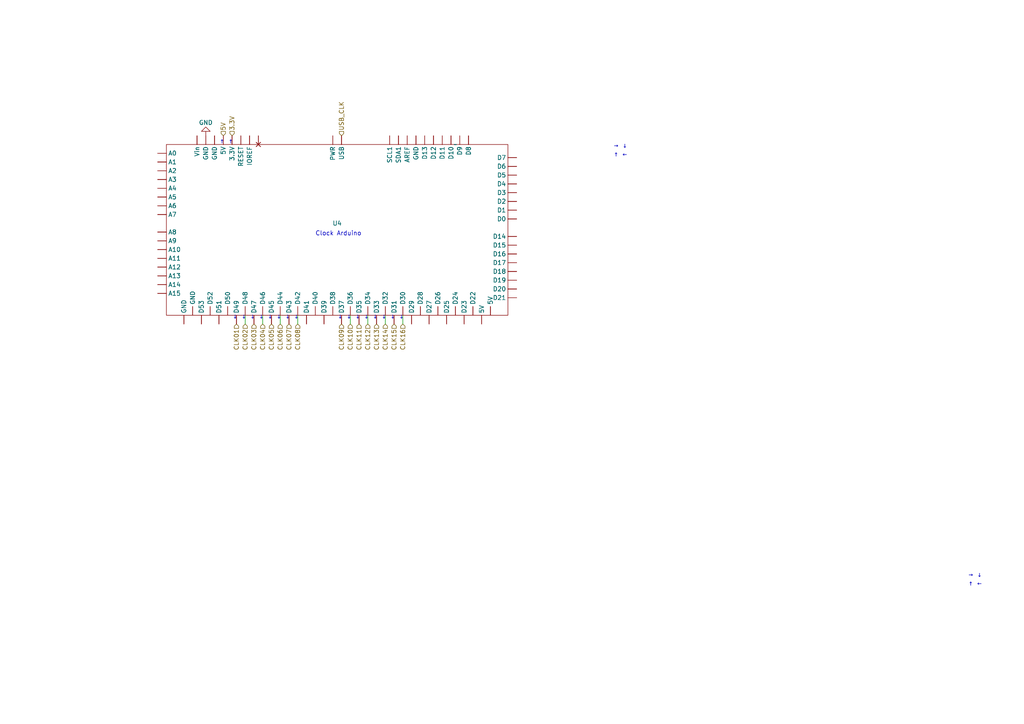
<source format=kicad_sch>
(kicad_sch (version 20230121) (generator eeschema)

  (uuid 8fbf8408-a0f5-4a66-baba-62a599cfc82e)

  (paper "A4")

  (title_block
    (title "Digital I/O Box")
    (date "2023-09-27")
    (company "SBC")
    (comment 1 "Zhiheng Sheng")
    (comment 2 "All wires are 22 or 24 gauge")
  )

  (lib_symbols
    (symbol "led_driver:Arduino_Mega" (in_bom yes) (on_board yes)
      (property "Reference" "U" (at 0 0 0)
        (effects (font (size 1.27 1.27)))
      )
      (property "Value" "" (at 34.29 24.13 0)
        (effects (font (size 1.27 1.27)))
      )
      (property "Footprint" "" (at 34.29 24.13 0)
        (effects (font (size 1.27 1.27)) hide)
      )
      (property "Datasheet" "" (at 34.29 24.13 0)
        (effects (font (size 1.27 1.27)) hide)
      )
      (symbol "Arduino_Mega_0_1"
        (rectangle (start -49.53 24.13) (end 49.53 -25.4)
          (stroke (width 0) (type default))
          (fill (type none))
        )
      )
      (symbol "Arduino_Mega_1_1"
        (pin passive non_logic (at -22.86 26.67 270) (length 2.54)
          (name "" (effects (font (size 1.27 1.27))))
          (number "" (effects (font (size 1.27 1.27))))
        )
        (pin passive line (at -30.48 26.67 270) (length 2.54)
          (name "3.3V" (effects (font (size 1.27 1.27))))
          (number "" (effects (font (size 1.27 1.27))))
        )
        (pin passive line (at -33.02 26.67 270) (length 2.54)
          (name "5V" (effects (font (size 1.27 1.27))))
          (number "" (effects (font (size 1.27 1.27))))
        )
        (pin passive line (at 41.91 -27.94 90) (length 2.54)
          (name "5V" (effects (font (size 1.27 1.27))))
          (number "" (effects (font (size 1.27 1.27))))
        )
        (pin passive line (at 44.45 -25.4 90) (length 2.54)
          (name "5V" (effects (font (size 1.27 1.27))))
          (number "" (effects (font (size 1.27 1.27))))
        )
        (pin passive line (at -52.07 21.59 0) (length 2.54)
          (name "A0" (effects (font (size 1.27 1.27))))
          (number "" (effects (font (size 1.27 1.27))))
        )
        (pin passive line (at -52.07 19.05 0) (length 2.54)
          (name "A1" (effects (font (size 1.27 1.27))))
          (number "" (effects (font (size 1.27 1.27))))
        )
        (pin passive line (at -52.07 -6.35 0) (length 2.54)
          (name "A10" (effects (font (size 1.27 1.27))))
          (number "" (effects (font (size 1.27 1.27))))
        )
        (pin passive line (at -52.07 -8.89 0) (length 2.54)
          (name "A11" (effects (font (size 1.27 1.27))))
          (number "" (effects (font (size 1.27 1.27))))
        )
        (pin passive line (at -52.07 -11.43 0) (length 2.54)
          (name "A12" (effects (font (size 1.27 1.27))))
          (number "" (effects (font (size 1.27 1.27))))
        )
        (pin passive line (at -52.07 -13.97 0) (length 2.54)
          (name "A13" (effects (font (size 1.27 1.27))))
          (number "" (effects (font (size 1.27 1.27))))
        )
        (pin passive line (at -52.07 -16.51 0) (length 2.54)
          (name "A14" (effects (font (size 1.27 1.27))))
          (number "" (effects (font (size 1.27 1.27))))
        )
        (pin passive line (at -52.07 -19.05 0) (length 2.54)
          (name "A15" (effects (font (size 1.27 1.27))))
          (number "" (effects (font (size 1.27 1.27))))
        )
        (pin passive line (at -52.07 16.51 0) (length 2.54)
          (name "A2" (effects (font (size 1.27 1.27))))
          (number "" (effects (font (size 1.27 1.27))))
        )
        (pin passive line (at -52.07 13.97 0) (length 2.54)
          (name "A3" (effects (font (size 1.27 1.27))))
          (number "" (effects (font (size 1.27 1.27))))
        )
        (pin passive line (at -52.07 11.43 0) (length 2.54)
          (name "A4" (effects (font (size 1.27 1.27))))
          (number "" (effects (font (size 1.27 1.27))))
        )
        (pin passive line (at -52.07 8.89 0) (length 2.54)
          (name "A5" (effects (font (size 1.27 1.27))))
          (number "" (effects (font (size 1.27 1.27))))
        )
        (pin passive line (at -52.07 6.35 0) (length 2.54)
          (name "A6" (effects (font (size 1.27 1.27))))
          (number "" (effects (font (size 1.27 1.27))))
        )
        (pin passive line (at -52.07 3.81 0) (length 2.54)
          (name "A7" (effects (font (size 1.27 1.27))))
          (number "" (effects (font (size 1.27 1.27))))
        )
        (pin passive line (at -52.07 -1.27 0) (length 2.54)
          (name "A8" (effects (font (size 1.27 1.27))))
          (number "" (effects (font (size 1.27 1.27))))
        )
        (pin passive line (at -52.07 -3.81 0) (length 2.54)
          (name "A9" (effects (font (size 1.27 1.27))))
          (number "" (effects (font (size 1.27 1.27))))
        )
        (pin passive line (at 20.32 26.67 270) (length 2.54)
          (name "AREF" (effects (font (size 1.27 1.27))))
          (number "" (effects (font (size 1.27 1.27))))
        )
        (pin passive line (at 52.07 2.54 180) (length 2.54)
          (name "D0" (effects (font (size 1.27 1.27))))
          (number "" (effects (font (size 1.27 1.27))))
        )
        (pin passive line (at 52.07 5.08 180) (length 2.54)
          (name "D1" (effects (font (size 1.27 1.27))))
          (number "" (effects (font (size 1.27 1.27))))
        )
        (pin passive line (at 33.02 26.67 270) (length 2.54)
          (name "D10" (effects (font (size 1.27 1.27))))
          (number "" (effects (font (size 1.27 1.27))))
        )
        (pin passive line (at 30.48 26.67 270) (length 2.54)
          (name "D11" (effects (font (size 1.27 1.27))))
          (number "" (effects (font (size 1.27 1.27))))
        )
        (pin passive line (at 27.94 26.67 270) (length 2.54)
          (name "D12" (effects (font (size 1.27 1.27))))
          (number "" (effects (font (size 1.27 1.27))))
        )
        (pin passive line (at 25.4 26.67 270) (length 2.54)
          (name "D13" (effects (font (size 1.27 1.27))))
          (number "" (effects (font (size 1.27 1.27))))
        )
        (pin passive line (at 52.07 -2.54 180) (length 2.54)
          (name "D14" (effects (font (size 1.27 1.27))))
          (number "" (effects (font (size 1.27 1.27))))
        )
        (pin passive line (at 52.07 -5.08 180) (length 2.54)
          (name "D15" (effects (font (size 1.27 1.27))))
          (number "" (effects (font (size 1.27 1.27))))
        )
        (pin passive line (at 52.07 -7.62 180) (length 2.54)
          (name "D16" (effects (font (size 1.27 1.27))))
          (number "" (effects (font (size 1.27 1.27))))
        )
        (pin passive line (at 52.07 -10.16 180) (length 2.54)
          (name "D17" (effects (font (size 1.27 1.27))))
          (number "" (effects (font (size 1.27 1.27))))
        )
        (pin passive line (at 52.07 -12.7 180) (length 2.54)
          (name "D18" (effects (font (size 1.27 1.27))))
          (number "" (effects (font (size 1.27 1.27))))
        )
        (pin passive line (at 52.07 -15.24 180) (length 2.54)
          (name "D19" (effects (font (size 1.27 1.27))))
          (number "" (effects (font (size 1.27 1.27))))
        )
        (pin passive line (at 52.07 7.62 180) (length 2.54)
          (name "D2" (effects (font (size 1.27 1.27))))
          (number "" (effects (font (size 1.27 1.27))))
        )
        (pin passive line (at 52.07 -17.78 180) (length 2.54)
          (name "D20" (effects (font (size 1.27 1.27))))
          (number "" (effects (font (size 1.27 1.27))))
        )
        (pin passive line (at 52.07 -20.32 180) (length 2.54)
          (name "D21" (effects (font (size 1.27 1.27))))
          (number "" (effects (font (size 1.27 1.27))))
        )
        (pin passive line (at 39.37 -25.4 90) (length 2.54)
          (name "D22" (effects (font (size 1.27 1.27))))
          (number "" (effects (font (size 1.27 1.27))))
        )
        (pin passive line (at 36.83 -27.94 90) (length 2.54)
          (name "D23" (effects (font (size 1.27 1.27))))
          (number "" (effects (font (size 1.27 1.27))))
        )
        (pin passive line (at 34.29 -25.4 90) (length 2.54)
          (name "D24" (effects (font (size 1.27 1.27))))
          (number "" (effects (font (size 1.27 1.27))))
        )
        (pin passive line (at 31.75 -27.94 90) (length 2.54)
          (name "D25" (effects (font (size 1.27 1.27))))
          (number "" (effects (font (size 1.27 1.27))))
        )
        (pin passive line (at 29.21 -25.4 90) (length 2.54)
          (name "D26" (effects (font (size 1.27 1.27))))
          (number "" (effects (font (size 1.27 1.27))))
        )
        (pin passive line (at 26.67 -27.94 90) (length 2.54)
          (name "D27" (effects (font (size 1.27 1.27))))
          (number "" (effects (font (size 1.27 1.27))))
        )
        (pin passive line (at 24.13 -25.4 90) (length 2.54)
          (name "D28" (effects (font (size 1.27 1.27))))
          (number "" (effects (font (size 1.27 1.27))))
        )
        (pin passive line (at 21.59 -27.94 90) (length 2.54)
          (name "D29" (effects (font (size 1.27 1.27))))
          (number "" (effects (font (size 1.27 1.27))))
        )
        (pin passive line (at 52.07 10.16 180) (length 2.54)
          (name "D3" (effects (font (size 1.27 1.27))))
          (number "" (effects (font (size 1.27 1.27))))
        )
        (pin passive line (at 19.05 -25.4 90) (length 2.54)
          (name "D30" (effects (font (size 1.27 1.27))))
          (number "" (effects (font (size 1.27 1.27))))
        )
        (pin passive line (at 16.51 -27.94 90) (length 2.54)
          (name "D31" (effects (font (size 1.27 1.27))))
          (number "" (effects (font (size 1.27 1.27))))
        )
        (pin passive line (at 13.97 -25.4 90) (length 2.54)
          (name "D32" (effects (font (size 1.27 1.27))))
          (number "" (effects (font (size 1.27 1.27))))
        )
        (pin passive line (at 11.43 -27.94 90) (length 2.54)
          (name "D33" (effects (font (size 1.27 1.27))))
          (number "" (effects (font (size 1.27 1.27))))
        )
        (pin passive line (at 8.89 -25.4 90) (length 2.54)
          (name "D34" (effects (font (size 1.27 1.27))))
          (number "" (effects (font (size 1.27 1.27))))
        )
        (pin passive line (at 6.35 -27.94 90) (length 2.54)
          (name "D35" (effects (font (size 1.27 1.27))))
          (number "" (effects (font (size 1.27 1.27))))
        )
        (pin passive line (at 3.81 -25.4 90) (length 2.54)
          (name "D36" (effects (font (size 1.27 1.27))))
          (number "" (effects (font (size 1.27 1.27))))
        )
        (pin passive line (at 1.27 -27.94 90) (length 2.54)
          (name "D37" (effects (font (size 1.27 1.27))))
          (number "" (effects (font (size 1.27 1.27))))
        )
        (pin passive line (at -1.27 -25.4 90) (length 2.54)
          (name "D38" (effects (font (size 1.27 1.27))))
          (number "" (effects (font (size 1.27 1.27))))
        )
        (pin passive line (at -3.81 -27.94 90) (length 2.54)
          (name "D39" (effects (font (size 1.27 1.27))))
          (number "" (effects (font (size 1.27 1.27))))
        )
        (pin passive line (at 52.07 12.7 180) (length 2.54)
          (name "D4" (effects (font (size 1.27 1.27))))
          (number "" (effects (font (size 1.27 1.27))))
        )
        (pin passive line (at -6.35 -25.4 90) (length 2.54)
          (name "D40" (effects (font (size 1.27 1.27))))
          (number "" (effects (font (size 1.27 1.27))))
        )
        (pin passive line (at -8.89 -27.94 90) (length 2.54)
          (name "D41" (effects (font (size 1.27 1.27))))
          (number "" (effects (font (size 1.27 1.27))))
        )
        (pin passive line (at -11.43 -25.4 90) (length 2.54)
          (name "D42" (effects (font (size 1.27 1.27))))
          (number "" (effects (font (size 1.27 1.27))))
        )
        (pin passive line (at -13.97 -27.94 90) (length 2.54)
          (name "D43" (effects (font (size 1.27 1.27))))
          (number "" (effects (font (size 1.27 1.27))))
        )
        (pin passive line (at -16.51 -25.4 90) (length 2.54)
          (name "D44" (effects (font (size 1.27 1.27))))
          (number "" (effects (font (size 1.27 1.27))))
        )
        (pin passive line (at -19.05 -27.94 90) (length 2.54)
          (name "D45" (effects (font (size 1.27 1.27))))
          (number "" (effects (font (size 1.27 1.27))))
        )
        (pin passive line (at -21.59 -25.4 90) (length 2.54)
          (name "D46" (effects (font (size 1.27 1.27))))
          (number "" (effects (font (size 1.27 1.27))))
        )
        (pin passive line (at -24.13 -27.94 90) (length 2.54)
          (name "D47" (effects (font (size 1.27 1.27))))
          (number "" (effects (font (size 1.27 1.27))))
        )
        (pin passive line (at -26.67 -25.4 90) (length 2.54)
          (name "D48" (effects (font (size 1.27 1.27))))
          (number "" (effects (font (size 1.27 1.27))))
        )
        (pin passive line (at -29.21 -27.94 90) (length 2.54)
          (name "D49" (effects (font (size 1.27 1.27))))
          (number "" (effects (font (size 1.27 1.27))))
        )
        (pin passive line (at 52.07 15.24 180) (length 2.54)
          (name "D5" (effects (font (size 1.27 1.27))))
          (number "" (effects (font (size 1.27 1.27))))
        )
        (pin passive line (at -31.75 -25.4 90) (length 2.54)
          (name "D50" (effects (font (size 1.27 1.27))))
          (number "" (effects (font (size 1.27 1.27))))
        )
        (pin passive line (at -34.29 -27.94 90) (length 2.54)
          (name "D51" (effects (font (size 1.27 1.27))))
          (number "" (effects (font (size 1.27 1.27))))
        )
        (pin passive line (at -36.83 -25.4 90) (length 2.54)
          (name "D52" (effects (font (size 1.27 1.27))))
          (number "" (effects (font (size 1.27 1.27))))
        )
        (pin passive line (at -39.37 -27.94 90) (length 2.54)
          (name "D53" (effects (font (size 1.27 1.27))))
          (number "" (effects (font (size 1.27 1.27))))
        )
        (pin passive line (at 52.07 17.78 180) (length 2.54)
          (name "D6" (effects (font (size 1.27 1.27))))
          (number "" (effects (font (size 1.27 1.27))))
        )
        (pin passive line (at 52.07 20.32 180) (length 2.54)
          (name "D7" (effects (font (size 1.27 1.27))))
          (number "" (effects (font (size 1.27 1.27))))
        )
        (pin passive line (at 38.1 26.67 270) (length 2.54)
          (name "D8" (effects (font (size 1.27 1.27))))
          (number "" (effects (font (size 1.27 1.27))))
        )
        (pin passive line (at 35.56 26.67 270) (length 2.54)
          (name "D9" (effects (font (size 1.27 1.27))))
          (number "" (effects (font (size 1.27 1.27))))
        )
        (pin passive line (at -44.45 -27.94 90) (length 2.54)
          (name "GND" (effects (font (size 1.27 1.27))))
          (number "" (effects (font (size 1.27 1.27))))
        )
        (pin passive line (at -41.91 -25.4 90) (length 2.54)
          (name "GND" (effects (font (size 1.27 1.27))))
          (number "" (effects (font (size 1.27 1.27))))
        )
        (pin passive line (at -38.1 26.67 270) (length 2.54)
          (name "GND" (effects (font (size 1.27 1.27))))
          (number "" (effects (font (size 1.27 1.27))))
        )
        (pin passive line (at -35.56 26.67 270) (length 2.54)
          (name "GND" (effects (font (size 1.27 1.27))))
          (number "" (effects (font (size 1.27 1.27))))
        )
        (pin passive line (at 22.86 26.67 270) (length 2.54)
          (name "GND" (effects (font (size 1.27 1.27))))
          (number "" (effects (font (size 1.27 1.27))))
        )
        (pin passive line (at -25.4 26.67 270) (length 2.54)
          (name "IOREF" (effects (font (size 1.27 1.27))))
          (number "" (effects (font (size 1.27 1.27))))
        )
        (pin power_in line (at -1.27 26.67 270) (length 2.54)
          (name "PWR" (effects (font (size 1.27 1.27))))
          (number "" (effects (font (size 1.27 1.27))))
        )
        (pin passive line (at -27.94 26.67 270) (length 2.54)
          (name "RESET" (effects (font (size 1.27 1.27))))
          (number "" (effects (font (size 1.27 1.27))))
        )
        (pin passive line (at 15.24 26.67 270) (length 2.54)
          (name "SCL1" (effects (font (size 1.27 1.27))))
          (number "" (effects (font (size 1.27 1.27))))
        )
        (pin passive line (at 17.78 26.67 270) (length 2.54)
          (name "SDA1" (effects (font (size 1.27 1.27))))
          (number "" (effects (font (size 1.27 1.27))))
        )
        (pin bidirectional line (at 1.27 26.67 270) (length 2.54)
          (name "USB" (effects (font (size 1.27 1.27))))
          (number "" (effects (font (size 1.27 1.27))))
        )
        (pin passive line (at -40.64 26.67 270) (length 2.54)
          (name "Vin" (effects (font (size 1.27 1.27))))
          (number "" (effects (font (size 1.27 1.27))))
        )
      )
    )
    (symbol "power:GND" (power) (pin_names (offset 0)) (in_bom yes) (on_board yes)
      (property "Reference" "#PWR" (at 0 -6.35 0)
        (effects (font (size 1.27 1.27)) hide)
      )
      (property "Value" "GND" (at 0 -3.81 0)
        (effects (font (size 1.27 1.27)))
      )
      (property "Footprint" "" (at 0 0 0)
        (effects (font (size 1.27 1.27)) hide)
      )
      (property "Datasheet" "" (at 0 0 0)
        (effects (font (size 1.27 1.27)) hide)
      )
      (property "ki_keywords" "global power" (at 0 0 0)
        (effects (font (size 1.27 1.27)) hide)
      )
      (property "ki_description" "Power symbol creates a global label with name \"GND\" , ground" (at 0 0 0)
        (effects (font (size 1.27 1.27)) hide)
      )
      (symbol "GND_0_1"
        (polyline
          (pts
            (xy 0 0)
            (xy 0 -1.27)
            (xy 1.27 -1.27)
            (xy 0 -2.54)
            (xy -1.27 -1.27)
            (xy 0 -1.27)
          )
          (stroke (width 0) (type default))
          (fill (type none))
        )
      )
      (symbol "GND_1_1"
        (pin power_in line (at 0 0 270) (length 0) hide
          (name "GND" (effects (font (size 1.27 1.27))))
          (number "1" (effects (font (size 1.27 1.27))))
        )
      )
    )
  )


  (wire (pts (xy 71.12 91.44) (xy 71.12 93.98))
    (stroke (width 0) (type default))
    (uuid 198947a8-5d3d-438d-a8a2-7d8d744655aa)
  )
  (wire (pts (xy 106.68 91.44) (xy 106.68 93.98))
    (stroke (width 0) (type default))
    (uuid 3f0d5e9e-9ec7-4b62-9667-d9f746f710d3)
  )
  (wire (pts (xy 76.2 91.44) (xy 76.2 93.98))
    (stroke (width 0) (type default))
    (uuid 835894a6-f4bf-4cf4-b034-6cf264c3f0b7)
  )
  (wire (pts (xy 86.36 91.44) (xy 86.36 93.98))
    (stroke (width 0) (type default))
    (uuid 875bf69d-30c6-4b34-88cc-af887805f8e9)
  )
  (wire (pts (xy 111.76 91.44) (xy 111.76 93.98))
    (stroke (width 0) (type default))
    (uuid 8e907305-02ad-4b68-8a22-0d7d2a92d3c1)
  )
  (wire (pts (xy 101.6 91.44) (xy 101.6 93.98))
    (stroke (width 0) (type default))
    (uuid aa854763-d5ce-4faa-aa53-53d8c4210c8f)
  )
  (wire (pts (xy 81.28 91.44) (xy 81.28 93.98))
    (stroke (width 0) (type default))
    (uuid b104805b-b058-427c-8298-2ba4e0e3097e)
  )
  (wire (pts (xy 116.84 91.44) (xy 116.84 93.98))
    (stroke (width 0) (type default))
    (uuid ba2b9c7f-1247-477a-8f70-0814a3ccfc90)
  )

  (text "←" (at 180.34 45.72 0)
    (effects (font (size 1.27 1.27)) (justify left bottom))
    (uuid 0284f6bd-4aad-4507-abf4-e58b21b12920)
  )
  (text "↓" (at 67.31 92.71 0)
    (effects (font (size 1.27 1.27)) (justify left bottom))
    (uuid 037fc06b-f476-46b5-bbd7-36c2b819e522)
  )
  (text "↓" (at 113.03 92.71 0)
    (effects (font (size 1.27 1.27)) (justify left bottom))
    (uuid 0a4e3d4f-6ff9-4b44-aa0d-ee930ac61be9)
  )
  (text "→" (at 280.67 167.64 0)
    (effects (font (size 1.27 1.27)) (justify left bottom))
    (uuid 12a1fc6c-06ed-4db7-96e4-a48567ea7ffd)
  )
  (text "↓" (at 102.87 92.71 0)
    (effects (font (size 1.27 1.27)) (justify left bottom))
    (uuid 180ea6f0-afb3-41a6-ad91-4a1158eece7c)
  )
  (text "↓" (at 180.34 43.18 0)
    (effects (font (size 1.27 1.27)) (justify left bottom))
    (uuid 185667ce-54c5-4bf3-bda1-37ddc6809227)
  )
  (text "↓" (at 80.01 92.71 0)
    (effects (font (size 1.27 1.27)) (justify left bottom))
    (uuid 1fcfd3fe-dcb5-40fd-9cb2-2d65d5e59404)
  )
  (text "↓" (at 69.85 92.71 0)
    (effects (font (size 1.27 1.27)) (justify left bottom))
    (uuid 2684c851-6b82-4500-b303-fca6fd6ec576)
  )
  (text "↓" (at 115.57 92.71 0)
    (effects (font (size 1.27 1.27)) (justify left bottom))
    (uuid 29a9aa3b-4d9a-4f49-ab59-2cd9eda6f35c)
  )
  (text "↓" (at 105.41 92.71 0)
    (effects (font (size 1.27 1.27)) (justify left bottom))
    (uuid 2b1d7404-4646-4f61-9029-8958f28d3a51)
  )
  (text "↓" (at 107.95 92.71 0)
    (effects (font (size 1.27 1.27)) (justify left bottom))
    (uuid 330c1e91-8953-4ec7-a9e2-84580b3c049b)
  )
  (text "↓" (at 283.21 167.64 0)
    (effects (font (size 1.27 1.27)) (justify left bottom))
    (uuid 35fa1346-ad62-4d8a-a6f3-46a73307a197)
  )
  (text "Clock Arduino" (at 91.44 68.58 0)
    (effects (font (size 1.27 1.27)) (justify left bottom))
    (uuid 4741d393-18c8-492b-90ac-a4f277a1b595)
  )
  (text "↑" (at 66.04 41.91 0)
    (effects (font (size 1.27 1.27)) (justify left bottom))
    (uuid 4aa51bd9-735d-43ba-93c3-de6cc41f9cad)
  )
  (text "↑" (at 177.8 45.72 0)
    (effects (font (size 1.27 1.27)) (justify left bottom))
    (uuid 56fc6f6b-1a76-4471-be3f-bb4f30d883bd)
  )
  (text "↑" (at 280.67 170.18 0)
    (effects (font (size 1.27 1.27)) (justify left bottom))
    (uuid 597bf386-d46e-4e34-be86-078e66116e54)
  )
  (text "↓" (at 74.93 92.71 0)
    (effects (font (size 1.27 1.27)) (justify left bottom))
    (uuid 754d663a-af2b-4b5e-8bf7-ac48dae58f0f)
  )
  (text "↓" (at 77.47 92.71 0)
    (effects (font (size 1.27 1.27)) (justify left bottom))
    (uuid 7b094cb7-1312-4077-b4c5-34cc424bb3bc)
  )
  (text "↑" (at 63.5 41.91 0)
    (effects (font (size 1.27 1.27)) (justify left bottom))
    (uuid 8314a527-4c93-4175-8d91-f9becf89add2)
  )
  (text "↓" (at 72.39 92.71 0)
    (effects (font (size 1.27 1.27)) (justify left bottom))
    (uuid a0274aec-0948-4654-aa1d-db10d5f32491)
  )
  (text "↓" (at 100.33 92.71 0)
    (effects (font (size 1.27 1.27)) (justify left bottom))
    (uuid a575b87b-e0b0-4046-8438-aabae3fa82dd)
  )
  (text "↓" (at 82.55 92.71 0)
    (effects (font (size 1.27 1.27)) (justify left bottom))
    (uuid a920b40d-b139-401a-8b80-6eb42362a3b0)
  )
  (text "←" (at 283.21 170.18 0)
    (effects (font (size 1.27 1.27)) (justify left bottom))
    (uuid b68854b5-4511-4aca-887c-5cd8e68e3076)
  )
  (text "↓" (at 110.49 92.71 0)
    (effects (font (size 1.27 1.27)) (justify left bottom))
    (uuid ba40a35e-0b55-4745-b86c-f3473b5f68a6)
  )
  (text "↓" (at 97.79 92.71 0)
    (effects (font (size 1.27 1.27)) (justify left bottom))
    (uuid c483a8b4-fa29-4a37-a70c-650c5ff479dd)
  )
  (text "↓" (at 85.09 92.71 0)
    (effects (font (size 1.27 1.27)) (justify left bottom))
    (uuid d54976cd-232f-47f2-9053-f05bd3abc7f9)
  )
  (text "→" (at 177.8 43.18 0)
    (effects (font (size 1.27 1.27)) (justify left bottom))
    (uuid f4f31599-bb74-43f7-bbd1-8dd788af124c)
  )

  (hierarchical_label "CLK16" (shape input) (at 116.84 93.98 270) (fields_autoplaced)
    (effects (font (size 1.27 1.27)) (justify right))
    (uuid 1a459f82-1071-4707-a1ab-ea97b37c592a)
  )
  (hierarchical_label "CLK14" (shape input) (at 111.76 93.98 270) (fields_autoplaced)
    (effects (font (size 1.27 1.27)) (justify right))
    (uuid 246093a3-2702-4249-b7a2-accd4978e091)
  )
  (hierarchical_label "CLK05" (shape input) (at 78.74 93.98 270) (fields_autoplaced)
    (effects (font (size 1.27 1.27)) (justify right))
    (uuid 3306b6ba-914a-4485-915b-9edb3975910d)
  )
  (hierarchical_label "CLK13" (shape input) (at 109.22 93.98 270) (fields_autoplaced)
    (effects (font (size 1.27 1.27)) (justify right))
    (uuid 3eafe777-06de-4299-8fea-85f7c70fd2cf)
  )
  (hierarchical_label "3.3V" (shape input) (at 67.31 39.37 90) (fields_autoplaced)
    (effects (font (size 1.27 1.27)) (justify left))
    (uuid 435a775c-860d-4b53-a55e-48eba37aa4dd)
  )
  (hierarchical_label "CLK09" (shape input) (at 99.06 93.98 270) (fields_autoplaced)
    (effects (font (size 1.27 1.27)) (justify right))
    (uuid 58f3bd1f-9b19-4610-8fc7-e634fa15075b)
  )
  (hierarchical_label "CLK06" (shape input) (at 81.28 93.98 270) (fields_autoplaced)
    (effects (font (size 1.27 1.27)) (justify right))
    (uuid 5a2cc95c-e74f-4936-ad21-775084c49381)
  )
  (hierarchical_label "CLK07" (shape input) (at 83.82 93.98 270) (fields_autoplaced)
    (effects (font (size 1.27 1.27)) (justify right))
    (uuid 626c5e83-1eae-4b1d-afed-881c4e61b7ad)
  )
  (hierarchical_label "5V" (shape input) (at 64.77 39.37 90) (fields_autoplaced)
    (effects (font (size 1.27 1.27)) (justify left))
    (uuid 66835962-d037-41ee-8937-16572d227933)
  )
  (hierarchical_label "CLK15" (shape input) (at 114.3 93.98 270) (fields_autoplaced)
    (effects (font (size 1.27 1.27)) (justify right))
    (uuid 709a3336-0835-4ae7-b2e0-5a47d4702bbb)
  )
  (hierarchical_label "CLK11" (shape input) (at 104.14 93.98 270) (fields_autoplaced)
    (effects (font (size 1.27 1.27)) (justify right))
    (uuid 7dbacfd3-5d52-4c70-aaab-e1132280df4e)
  )
  (hierarchical_label "CLK02" (shape input) (at 71.12 93.98 270) (fields_autoplaced)
    (effects (font (size 1.27 1.27)) (justify right))
    (uuid 94c212e5-a94d-4723-a648-30286572cbd5)
  )
  (hierarchical_label "CLK04" (shape input) (at 76.2 93.98 270) (fields_autoplaced)
    (effects (font (size 1.27 1.27)) (justify right))
    (uuid 9cdbe912-2953-4e9d-9fc0-a0ccb7720e71)
  )
  (hierarchical_label "CLK10" (shape input) (at 101.6 93.98 270) (fields_autoplaced)
    (effects (font (size 1.27 1.27)) (justify right))
    (uuid b034ab98-223b-4e54-982c-12853daa0cbc)
  )
  (hierarchical_label "CLK01" (shape input) (at 68.58 93.98 270) (fields_autoplaced)
    (effects (font (size 1.27 1.27)) (justify right))
    (uuid cc212839-e497-4b1b-9f4d-62031c05427e)
  )
  (hierarchical_label "CLK08" (shape input) (at 86.36 93.98 270) (fields_autoplaced)
    (effects (font (size 1.27 1.27)) (justify right))
    (uuid d5210408-1f4d-41cd-a3e1-f8100e54e71c)
  )
  (hierarchical_label "CLK03" (shape input) (at 73.66 93.98 270) (fields_autoplaced)
    (effects (font (size 1.27 1.27)) (justify right))
    (uuid dc20a044-81fb-47ef-be60-c3fd7da2a6e9)
  )
  (hierarchical_label "USB_CLK" (shape input) (at 99.06 39.37 90) (fields_autoplaced)
    (effects (font (size 1.27 1.27)) (justify left))
    (uuid f09e9cd4-2ee3-4b81-8b2c-78dd233ed89d)
  )
  (hierarchical_label "CLK12" (shape input) (at 106.68 93.98 270) (fields_autoplaced)
    (effects (font (size 1.27 1.27)) (justify right))
    (uuid f94dfa40-ac5b-4726-9abe-33e0f4e0d9ef)
  )

  (symbol (lib_id "power:GND") (at 59.69 39.37 180) (unit 1)
    (in_bom yes) (on_board yes) (dnp no) (fields_autoplaced)
    (uuid 10423c00-f6dc-41a8-8cab-5215fbcb0153)
    (property "Reference" "#PWR06" (at 59.69 33.02 0)
      (effects (font (size 1.27 1.27)) hide)
    )
    (property "Value" "GND" (at 59.69 35.56 0)
      (effects (font (size 1.27 1.27)))
    )
    (property "Footprint" "" (at 59.69 39.37 0)
      (effects (font (size 1.27 1.27)) hide)
    )
    (property "Datasheet" "" (at 59.69 39.37 0)
      (effects (font (size 1.27 1.27)) hide)
    )
    (pin "1" (uuid 335d42be-b838-420a-8a7a-aa8aa2948381))
    (instances
      (project "dio_box"
        (path "/617a7c5d-26e4-40f1-8dc6-da0df3aa4d83/50f918ff-c84c-4fba-873b-ccd9af4e0432/fd3ed41c-ab55-4547-bb67-0ad0e52345ac"
          (reference "#PWR06") (unit 1)
        )
      )
    )
  )

  (symbol (lib_id "led_driver:Arduino_Mega") (at 97.79 66.04 0) (unit 1)
    (in_bom yes) (on_board yes) (dnp no)
    (uuid 44aab432-3967-4d9d-96c0-1c96a0b08616)
    (property "Reference" "U4" (at 97.79 64.77 0)
      (effects (font (size 1.27 1.27)))
    )
    (property "Value" "~" (at 132.08 41.91 0)
      (effects (font (size 1.27 1.27)))
    )
    (property "Footprint" "" (at 132.08 41.91 0)
      (effects (font (size 1.27 1.27)) hide)
    )
    (property "Datasheet" "" (at 132.08 41.91 0)
      (effects (font (size 1.27 1.27)) hide)
    )
    (pin "" (uuid 14d86856-eea2-46a6-83fc-e13302000e0e))
    (pin "" (uuid 14d86856-eea2-46a6-83fc-e13302000e0e))
    (pin "" (uuid 14d86856-eea2-46a6-83fc-e13302000e0e))
    (pin "" (uuid 14d86856-eea2-46a6-83fc-e13302000e0e))
    (pin "" (uuid 14d86856-eea2-46a6-83fc-e13302000e0e))
    (pin "" (uuid 14d86856-eea2-46a6-83fc-e13302000e0e))
    (pin "" (uuid 14d86856-eea2-46a6-83fc-e13302000e0e))
    (pin "" (uuid 14d86856-eea2-46a6-83fc-e13302000e0e))
    (pin "" (uuid 14d86856-eea2-46a6-83fc-e13302000e0e))
    (pin "" (uuid 14d86856-eea2-46a6-83fc-e13302000e0e))
    (pin "" (uuid 14d86856-eea2-46a6-83fc-e13302000e0e))
    (pin "" (uuid 14d86856-eea2-46a6-83fc-e13302000e0e))
    (pin "" (uuid 14d86856-eea2-46a6-83fc-e13302000e0e))
    (pin "" (uuid 14d86856-eea2-46a6-83fc-e13302000e0e))
    (pin "" (uuid 14d86856-eea2-46a6-83fc-e13302000e0e))
    (pin "" (uuid 14d86856-eea2-46a6-83fc-e13302000e0e))
    (pin "" (uuid 14d86856-eea2-46a6-83fc-e13302000e0e))
    (pin "" (uuid 14d86856-eea2-46a6-83fc-e13302000e0e))
    (pin "" (uuid 14d86856-eea2-46a6-83fc-e13302000e0e))
    (pin "" (uuid 14d86856-eea2-46a6-83fc-e13302000e0e))
    (pin "" (uuid 14d86856-eea2-46a6-83fc-e13302000e0e))
    (pin "" (uuid 14d86856-eea2-46a6-83fc-e13302000e0e))
    (pin "" (uuid 14d86856-eea2-46a6-83fc-e13302000e0e))
    (pin "" (uuid 14d86856-eea2-46a6-83fc-e13302000e0e))
    (pin "" (uuid 14d86856-eea2-46a6-83fc-e13302000e0e))
    (pin "" (uuid 14d86856-eea2-46a6-83fc-e13302000e0e))
    (pin "" (uuid 14d86856-eea2-46a6-83fc-e13302000e0e))
    (pin "" (uuid 14d86856-eea2-46a6-83fc-e13302000e0e))
    (pin "" (uuid 14d86856-eea2-46a6-83fc-e13302000e0e))
    (pin "" (uuid 14d86856-eea2-46a6-83fc-e13302000e0e))
    (pin "" (uuid 14d86856-eea2-46a6-83fc-e13302000e0e))
    (pin "" (uuid 14d86856-eea2-46a6-83fc-e13302000e0e))
    (pin "" (uuid 14d86856-eea2-46a6-83fc-e13302000e0e))
    (pin "" (uuid 14d86856-eea2-46a6-83fc-e13302000e0e))
    (pin "" (uuid 14d86856-eea2-46a6-83fc-e13302000e0e))
    (pin "" (uuid 14d86856-eea2-46a6-83fc-e13302000e0e))
    (pin "" (uuid 14d86856-eea2-46a6-83fc-e13302000e0e))
    (pin "" (uuid 14d86856-eea2-46a6-83fc-e13302000e0e))
    (pin "" (uuid 14d86856-eea2-46a6-83fc-e13302000e0e))
    (pin "" (uuid 14d86856-eea2-46a6-83fc-e13302000e0e))
    (pin "" (uuid 14d86856-eea2-46a6-83fc-e13302000e0e))
    (pin "" (uuid 14d86856-eea2-46a6-83fc-e13302000e0e))
    (pin "" (uuid 14d86856-eea2-46a6-83fc-e13302000e0e))
    (pin "" (uuid 14d86856-eea2-46a6-83fc-e13302000e0e))
    (pin "" (uuid 14d86856-eea2-46a6-83fc-e13302000e0e))
    (pin "" (uuid 14d86856-eea2-46a6-83fc-e13302000e0e))
    (pin "" (uuid 14d86856-eea2-46a6-83fc-e13302000e0e))
    (pin "" (uuid 14d86856-eea2-46a6-83fc-e13302000e0e))
    (pin "" (uuid 14d86856-eea2-46a6-83fc-e13302000e0e))
    (pin "" (uuid 14d86856-eea2-46a6-83fc-e13302000e0e))
    (pin "" (uuid 14d86856-eea2-46a6-83fc-e13302000e0e))
    (pin "" (uuid 14d86856-eea2-46a6-83fc-e13302000e0e))
    (pin "" (uuid 14d86856-eea2-46a6-83fc-e13302000e0e))
    (pin "" (uuid 14d86856-eea2-46a6-83fc-e13302000e0e))
    (pin "" (uuid 14d86856-eea2-46a6-83fc-e13302000e0e))
    (pin "" (uuid 14d86856-eea2-46a6-83fc-e13302000e0e))
    (pin "" (uuid 14d86856-eea2-46a6-83fc-e13302000e0e))
    (pin "" (uuid 14d86856-eea2-46a6-83fc-e13302000e0e))
    (pin "" (uuid 14d86856-eea2-46a6-83fc-e13302000e0e))
    (pin "" (uuid 14d86856-eea2-46a6-83fc-e13302000e0e))
    (pin "" (uuid 14d86856-eea2-46a6-83fc-e13302000e0e))
    (pin "" (uuid 14d86856-eea2-46a6-83fc-e13302000e0e))
    (pin "" (uuid 14d86856-eea2-46a6-83fc-e13302000e0e))
    (pin "" (uuid 14d86856-eea2-46a6-83fc-e13302000e0e))
    (pin "" (uuid 14d86856-eea2-46a6-83fc-e13302000e0e))
    (pin "" (uuid 14d86856-eea2-46a6-83fc-e13302000e0e))
    (pin "" (uuid 14d86856-eea2-46a6-83fc-e13302000e0e))
    (pin "" (uuid 14d86856-eea2-46a6-83fc-e13302000e0e))
    (pin "" (uuid 14d86856-eea2-46a6-83fc-e13302000e0e))
    (pin "" (uuid 14d86856-eea2-46a6-83fc-e13302000e0e))
    (pin "" (uuid 14d86856-eea2-46a6-83fc-e13302000e0e))
    (pin "" (uuid 14d86856-eea2-46a6-83fc-e13302000e0e))
    (pin "" (uuid 14d86856-eea2-46a6-83fc-e13302000e0e))
    (pin "" (uuid 14d86856-eea2-46a6-83fc-e13302000e0e))
    (pin "" (uuid 14d86856-eea2-46a6-83fc-e13302000e0e))
    (pin "" (uuid 14d86856-eea2-46a6-83fc-e13302000e0e))
    (pin "" (uuid 14d86856-eea2-46a6-83fc-e13302000e0e))
    (pin "" (uuid 14d86856-eea2-46a6-83fc-e13302000e0e))
    (pin "" (uuid 14d86856-eea2-46a6-83fc-e13302000e0e))
    (pin "" (uuid 14d86856-eea2-46a6-83fc-e13302000e0e))
    (pin "" (uuid 14d86856-eea2-46a6-83fc-e13302000e0e))
    (pin "" (uuid 14d86856-eea2-46a6-83fc-e13302000e0e))
    (pin "" (uuid 14d86856-eea2-46a6-83fc-e13302000e0e))
    (pin "" (uuid 14d86856-eea2-46a6-83fc-e13302000e0e))
    (pin "" (uuid 14d86856-eea2-46a6-83fc-e13302000e0e))
    (pin "" (uuid 14d86856-eea2-46a6-83fc-e13302000e0e))
    (pin "" (uuid 14d86856-eea2-46a6-83fc-e13302000e0e))
    (pin "" (uuid 14d86856-eea2-46a6-83fc-e13302000e0e))
    (instances
      (project "dio_box"
        (path "/617a7c5d-26e4-40f1-8dc6-da0df3aa4d83/50f918ff-c84c-4fba-873b-ccd9af4e0432/fd3ed41c-ab55-4547-bb67-0ad0e52345ac"
          (reference "U4") (unit 1)
        )
      )
    )
  )
)

</source>
